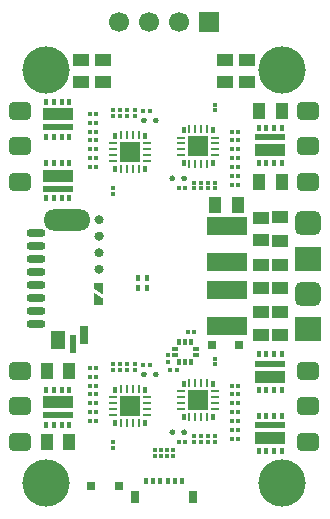
<source format=gbr>
G04*
G04 #@! TF.GenerationSoftware,Altium Limited,Altium Designer,24.8.2 (39)*
G04*
G04 Layer_Color=255*
%FSLAX25Y25*%
%MOIN*%
G70*
G04*
G04 #@! TF.SameCoordinates,F5A21F31-771D-4283-B627-84B0D88358AA*
G04*
G04*
G04 #@! TF.FilePolarity,Positive*
G04*
G01*
G75*
%ADD18R,0.01575X0.02362*%
%ADD19R,0.02756X0.04134*%
%ADD24R,0.09843X0.01968*%
%ADD25R,0.09843X0.03937*%
%ADD31R,0.01575X0.02126*%
%ADD33R,0.03937X0.05315*%
%ADD80R,0.01276X0.01451*%
%ADD81R,0.01193X0.01276*%
%ADD82R,0.01451X0.01276*%
%ADD83R,0.01276X0.01193*%
%ADD86R,0.06693X0.06693*%
%ADD87C,0.06693*%
%ADD88C,0.15748*%
G04:AMPARAMS|DCode=89|XSize=86.61mil|YSize=78.74mil|CornerRadius=19.68mil|HoleSize=0mil|Usage=FLASHONLY|Rotation=0.000|XOffset=0mil|YOffset=0mil|HoleType=Round|Shape=RoundedRectangle|*
%AMROUNDEDRECTD89*
21,1,0.08661,0.03937,0,0,0.0*
21,1,0.04724,0.07874,0,0,0.0*
1,1,0.03937,0.02362,-0.01968*
1,1,0.03937,-0.02362,-0.01968*
1,1,0.03937,-0.02362,0.01968*
1,1,0.03937,0.02362,0.01968*
%
%ADD89ROUNDEDRECTD89*%
%ADD90R,0.08661X0.07874*%
G04:AMPARAMS|DCode=91|XSize=74.8mil|YSize=59.06mil|CornerRadius=14.76mil|HoleSize=0mil|Usage=FLASHONLY|Rotation=0.000|XOffset=0mil|YOffset=0mil|HoleType=Round|Shape=RoundedRectangle|*
%AMROUNDEDRECTD91*
21,1,0.07480,0.02953,0,0,0.0*
21,1,0.04528,0.05906,0,0,0.0*
1,1,0.02953,0.02264,-0.01476*
1,1,0.02953,-0.02264,-0.01476*
1,1,0.02953,-0.02264,0.01476*
1,1,0.02953,0.02264,0.01476*
%
%ADD91ROUNDEDRECTD91*%
%ADD95R,0.03150X0.02953*%
%ADD96R,0.05315X0.03937*%
%ADD97O,0.15748X0.07087*%
%ADD98R,0.03150X0.05906*%
%ADD99R,0.01968X0.05906*%
%ADD100O,0.06299X0.02756*%
%ADD101R,0.05118X0.06496*%
%ADD102R,0.02756X0.00984*%
%ADD103R,0.01339X0.01968*%
%ADD104R,0.00984X0.02756*%
%ADD105R,0.13780X0.06000*%
%ADD106R,0.01968X0.01181*%
%ADD107R,0.01181X0.01968*%
%AMCUSTOMSHAPE108*
4,1,4,0.01500,0.00000,-0.01500,0.02000,-0.01500,-0.02000,0.01500,-0.02000,0.01500,0.00000,0.0*%
%ADD108CUSTOMSHAPE108*%

%AMCUSTOMSHAPE109*
4,1,4,0.01500,0.02000,-0.01500,0.02000,-0.01500,0.00000,0.01500,-0.02000,0.01500,0.02000,0.0*%
%ADD109CUSTOMSHAPE109*%

%ADD110R,0.05421X0.04459*%
G36*
G01X57874Y114370D02*
G02X58858Y113386I0J-984D01*
G02X57874Y112402I-984J0D01*
G02X56890Y113386I0J984D01*
G02X57874Y114370I984J0D01*
D02*
G37*
G36*
G01X53937D02*
G02X54921Y113386I0J-984D01*
G02X53937Y112402I-984J0D01*
G02X52953Y113386I0J984D01*
G02X53937Y114370I984J0D01*
D02*
G37*
G36*
G01X45472Y48031D02*
G02X44488Y47047I-984J0D01*
G02X43504Y48031I0J984D01*
G02X44488Y49016I984J0D01*
G02X45472Y48031I0J-984D01*
D02*
G37*
G36*
G01X49409D02*
G02X48425Y47047I-984J0D01*
G02X47441Y48031I0J984D01*
G02X48425Y49016I984J0D01*
G02X49409Y48031I0J-984D01*
D02*
G37*
G36*
G01X45472Y132677D02*
G02X44488Y131693I-984J0D01*
G02X43504Y132677I0J984D01*
G02X44488Y133661I984J0D01*
G02X45472Y132677I0J-984D01*
D02*
G37*
G36*
G01X49409D02*
G02X48425Y131693I-984J0D01*
G02X47441Y132677I0J984D01*
G02X48425Y133661I984J0D01*
G02X49409Y132677I0J-984D01*
D02*
G37*
G36*
G01X58858Y28740D02*
G02X57874Y27756I-984J0D01*
G02X56890Y28740I0J984D01*
G02X57874Y29724I984J0D01*
G02X58858Y28740I0J-984D01*
D02*
G37*
G36*
G01X54921D02*
G02X53937Y27756I-984J0D01*
G02X52953Y28740I0J984D01*
G02X53937Y29724I984J0D01*
G02X54921Y28740I0J-984D01*
D02*
G37*
G36*
G01X27953Y99606D02*
G03X29528Y98032I1575J0D01*
G03X31102Y99606I0J1575D01*
G03X29528Y101181I-1575J0D01*
G03X27953Y99606I0J-1575D01*
D02*
G37*
G36*
G01Y94095D02*
G03X29528Y92520I1575J0D01*
G03X31102Y94095I0J1575D01*
G03X29528Y95669I-1575J0D01*
G03X27953Y94095I0J-1575D01*
D02*
G37*
G36*
G01Y88583D02*
G03X29528Y87008I1575J0D01*
G03X31102Y88583I0J1575D01*
G03X29528Y90158I-1575J0D01*
G03X27953Y88583I0J-1575D01*
D02*
G37*
G36*
G01Y83071D02*
G03X29528Y81496I1575J0D01*
G03X31102Y83071I0J1575D01*
G03X29528Y84646I-1575J0D01*
G03X27953Y83071I0J-1575D01*
D02*
G37*
D18*
X45276Y12549D02*
D03*
X47639D02*
D03*
X50000D02*
D03*
X52363D02*
D03*
X54725D02*
D03*
X57087D02*
D03*
X19587Y31102D02*
D03*
X17028D02*
D03*
X14469D02*
D03*
X11909D02*
D03*
Y42913D02*
D03*
X14469D02*
D03*
X17028D02*
D03*
X19587D02*
D03*
Y118504D02*
D03*
X17028D02*
D03*
X14469D02*
D03*
X11909D02*
D03*
Y106693D02*
D03*
X14469D02*
D03*
X17028D02*
D03*
X19587D02*
D03*
Y127165D02*
D03*
X17028D02*
D03*
X14469D02*
D03*
X11909D02*
D03*
Y138976D02*
D03*
X14469D02*
D03*
X17028D02*
D03*
X19587D02*
D03*
X82776Y130315D02*
D03*
X85335D02*
D03*
X87894D02*
D03*
X90453D02*
D03*
Y118504D02*
D03*
X87894D02*
D03*
X85335D02*
D03*
X82776D02*
D03*
Y54724D02*
D03*
X85335D02*
D03*
X87894D02*
D03*
X90453D02*
D03*
Y42913D02*
D03*
X87894D02*
D03*
X85335D02*
D03*
X82776D02*
D03*
Y22441D02*
D03*
X85335D02*
D03*
X87894D02*
D03*
X90453D02*
D03*
Y34252D02*
D03*
X87894D02*
D03*
X85335D02*
D03*
X82776D02*
D03*
D19*
X60827Y7136D02*
D03*
X41536D02*
D03*
D24*
X15747Y34370D02*
D03*
Y109961D02*
D03*
Y130433D02*
D03*
X86615Y127047D02*
D03*
Y51456D02*
D03*
Y30984D02*
D03*
D25*
X15747Y38662D02*
D03*
Y114253D02*
D03*
Y134725D02*
D03*
X86615Y122755D02*
D03*
Y47164D02*
D03*
Y26692D02*
D03*
D31*
X45669Y76968D02*
D03*
X42520D02*
D03*
Y80118D02*
D03*
X45669D02*
D03*
D33*
X68307Y104331D02*
D03*
X75787D02*
D03*
X12008Y49213D02*
D03*
X19488D02*
D03*
Y25591D02*
D03*
X12008D02*
D03*
X90354Y112205D02*
D03*
X82874D02*
D03*
X90354Y135827D02*
D03*
X82874D02*
D03*
D80*
X52362Y52267D02*
D03*
Y54426D02*
D03*
D81*
X26608Y131890D02*
D03*
X28510D02*
D03*
X26608Y125984D02*
D03*
X28510D02*
D03*
X26608Y117126D02*
D03*
X28510D02*
D03*
Y128937D02*
D03*
X26608D02*
D03*
Y123031D02*
D03*
X28510D02*
D03*
Y120079D02*
D03*
X26608D02*
D03*
X75754Y114173D02*
D03*
X73852D02*
D03*
Y117126D02*
D03*
X75754D02*
D03*
Y120079D02*
D03*
X73852D02*
D03*
X75754Y123031D02*
D03*
X73852D02*
D03*
Y125984D02*
D03*
X75754D02*
D03*
Y128937D02*
D03*
X73852D02*
D03*
Y29528D02*
D03*
X75754D02*
D03*
Y32480D02*
D03*
X73852D02*
D03*
Y35433D02*
D03*
X75754D02*
D03*
X73852Y38386D02*
D03*
X75754D02*
D03*
Y41339D02*
D03*
X73852D02*
D03*
Y44291D02*
D03*
X75754D02*
D03*
X26608D02*
D03*
X28510D02*
D03*
Y47244D02*
D03*
X26608D02*
D03*
X28510Y41339D02*
D03*
X26608D02*
D03*
X28510Y32480D02*
D03*
X26608D02*
D03*
Y35433D02*
D03*
X28510D02*
D03*
Y38386D02*
D03*
X26608D02*
D03*
D82*
X61316Y62205D02*
D03*
X59156D02*
D03*
X53251Y49606D02*
D03*
X55411D02*
D03*
X28639Y134843D02*
D03*
X26479D02*
D03*
X44196Y135827D02*
D03*
X46356D02*
D03*
X58167Y110236D02*
D03*
X56007D02*
D03*
X73723Y111221D02*
D03*
X75883D02*
D03*
X26479Y50197D02*
D03*
X28639D02*
D03*
X75883Y26575D02*
D03*
X73723D02*
D03*
X56007Y25591D02*
D03*
X58167D02*
D03*
X46356Y51181D02*
D03*
X44196D02*
D03*
D83*
X52165Y20899D02*
D03*
Y22801D02*
D03*
X34252Y110006D02*
D03*
Y108104D02*
D03*
X41339Y134088D02*
D03*
Y135990D02*
D03*
X61024Y111975D02*
D03*
Y110073D02*
D03*
X63386D02*
D03*
Y111975D02*
D03*
X65748Y110073D02*
D03*
Y111975D02*
D03*
X68110Y136057D02*
D03*
Y137959D02*
D03*
X68110Y111975D02*
D03*
Y110073D02*
D03*
X50197Y22801D02*
D03*
Y20899D02*
D03*
X54134D02*
D03*
Y22801D02*
D03*
X48228D02*
D03*
Y20899D02*
D03*
X41339Y51345D02*
D03*
Y49443D02*
D03*
X61024Y25427D02*
D03*
Y27329D02*
D03*
X65748D02*
D03*
Y25427D02*
D03*
X63386Y27329D02*
D03*
Y25427D02*
D03*
X68110D02*
D03*
Y27329D02*
D03*
X38976Y134088D02*
D03*
Y135990D02*
D03*
X36614Y134088D02*
D03*
Y135990D02*
D03*
X34252D02*
D03*
Y134088D02*
D03*
X36614Y49443D02*
D03*
Y51345D02*
D03*
X38976Y49443D02*
D03*
Y51345D02*
D03*
X34252D02*
D03*
Y49443D02*
D03*
X68110Y53313D02*
D03*
Y51411D02*
D03*
X34252Y23458D02*
D03*
Y25361D02*
D03*
D86*
X62604Y124015D02*
D03*
X39758Y37402D02*
D03*
Y122048D02*
D03*
X62604Y39370D02*
D03*
X66181Y165354D02*
D03*
D87*
X56181D02*
D03*
X46181D02*
D03*
X36181D02*
D03*
D88*
X11811Y149606D02*
D03*
X90551D02*
D03*
X11811Y11811D02*
D03*
X90551D02*
D03*
D89*
X99213Y98425D02*
D03*
Y74803D02*
D03*
D90*
Y86614D02*
D03*
Y62992D02*
D03*
D91*
X3150Y124016D02*
D03*
Y112205D02*
D03*
Y135827D02*
D03*
Y25591D02*
D03*
Y49213D02*
D03*
Y37402D02*
D03*
X99213Y124016D02*
D03*
Y135827D02*
D03*
Y112205D02*
D03*
Y49213D02*
D03*
Y25591D02*
D03*
Y37402D02*
D03*
D95*
X36113Y10827D02*
D03*
X26880D02*
D03*
X67037Y57874D02*
D03*
X76270D02*
D03*
D96*
X71653Y145472D02*
D03*
Y152953D02*
D03*
X30709Y145472D02*
D03*
Y152953D02*
D03*
X23622D02*
D03*
Y145472D02*
D03*
X78740Y152953D02*
D03*
Y145472D02*
D03*
X83465Y61221D02*
D03*
Y68701D02*
D03*
X89764Y61221D02*
D03*
Y68701D02*
D03*
X83465Y92716D02*
D03*
Y100197D02*
D03*
Y84449D02*
D03*
Y76968D02*
D03*
X89764Y84449D02*
D03*
Y76968D02*
D03*
D97*
X18700Y99488D02*
D03*
D98*
X24606Y61102D02*
D03*
D99*
X20708Y57992D02*
D03*
D100*
X8464Y64842D02*
D03*
Y69173D02*
D03*
Y73503D02*
D03*
Y77834D02*
D03*
Y82165D02*
D03*
Y86496D02*
D03*
Y90826D02*
D03*
Y95157D02*
D03*
D101*
X15787Y59409D02*
D03*
D102*
X68313Y121062D02*
D03*
Y123031D02*
D03*
Y125000D02*
D03*
Y126968D02*
D03*
X56884D02*
D03*
Y125000D02*
D03*
Y123031D02*
D03*
Y121062D02*
D03*
X45478Y40355D02*
D03*
Y38386D02*
D03*
Y36417D02*
D03*
Y34449D02*
D03*
X34049D02*
D03*
Y36417D02*
D03*
Y38386D02*
D03*
Y40355D02*
D03*
Y125001D02*
D03*
Y123032D02*
D03*
Y121063D02*
D03*
Y119095D02*
D03*
X45478D02*
D03*
Y121063D02*
D03*
Y123032D02*
D03*
Y125001D02*
D03*
X56884Y36417D02*
D03*
Y38386D02*
D03*
Y40355D02*
D03*
Y42323D02*
D03*
X68313D02*
D03*
Y40355D02*
D03*
Y38386D02*
D03*
Y36417D02*
D03*
D103*
X67526Y129436D02*
D03*
X57683D02*
D03*
Y118595D02*
D03*
X67526D02*
D03*
X34836Y42822D02*
D03*
X44679D02*
D03*
Y31981D02*
D03*
X34836D02*
D03*
Y116627D02*
D03*
X44679D02*
D03*
Y127468D02*
D03*
X34836D02*
D03*
X67526Y33950D02*
D03*
X57683D02*
D03*
Y44791D02*
D03*
X67526D02*
D03*
D104*
X65557Y129724D02*
D03*
X63589D02*
D03*
X61620D02*
D03*
X59652D02*
D03*
Y118307D02*
D03*
X61620D02*
D03*
X63589D02*
D03*
X65557D02*
D03*
X36805Y43110D02*
D03*
X38773D02*
D03*
X40742D02*
D03*
X42710D02*
D03*
Y31693D02*
D03*
X40742D02*
D03*
X38773D02*
D03*
X36805D02*
D03*
Y116339D02*
D03*
X38773D02*
D03*
X40742D02*
D03*
X42710D02*
D03*
Y127756D02*
D03*
X40742D02*
D03*
X38773D02*
D03*
X36805D02*
D03*
X65557Y33662D02*
D03*
X63589D02*
D03*
X61620D02*
D03*
X59652D02*
D03*
Y45079D02*
D03*
X61620D02*
D03*
X63589D02*
D03*
X65557D02*
D03*
D105*
X72047Y64079D02*
D03*
Y76079D02*
D03*
Y85339D02*
D03*
Y97339D02*
D03*
D106*
X54838Y54528D02*
D03*
Y56496D02*
D03*
X61698D02*
D03*
Y54528D02*
D03*
D107*
X56300Y58934D02*
D03*
X58268D02*
D03*
X60237D02*
D03*
Y52090D02*
D03*
X58268D02*
D03*
X56300D02*
D03*
D108*
X29528Y73053D02*
D03*
D109*
X29528Y76553D02*
D03*
D110*
X89764Y100394D02*
D03*
Y92520D02*
D03*
M02*

</source>
